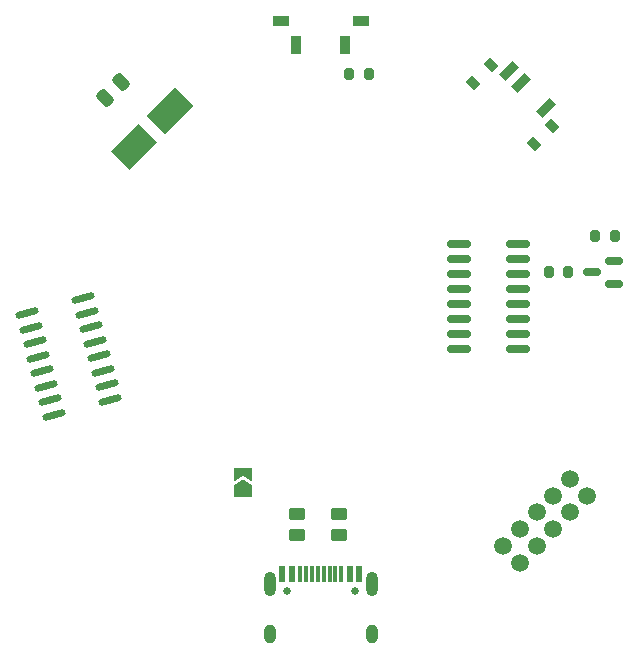
<source format=gbr>
%TF.GenerationSoftware,KiCad,Pcbnew,7.0.9*%
%TF.CreationDate,2025-01-08T15:48:33+01:00*%
%TF.ProjectId,DB-radar,44422d72-6164-4617-922e-6b696361645f,rev?*%
%TF.SameCoordinates,Original*%
%TF.FileFunction,Soldermask,Bot*%
%TF.FilePolarity,Negative*%
%FSLAX46Y46*%
G04 Gerber Fmt 4.6, Leading zero omitted, Abs format (unit mm)*
G04 Created by KiCad (PCBNEW 7.0.9) date 2025-01-08 15:48:33*
%MOMM*%
%LPD*%
G01*
G04 APERTURE LIST*
G04 Aperture macros list*
%AMRoundRect*
0 Rectangle with rounded corners*
0 $1 Rounding radius*
0 $2 $3 $4 $5 $6 $7 $8 $9 X,Y pos of 4 corners*
0 Add a 4 corners polygon primitive as box body*
4,1,4,$2,$3,$4,$5,$6,$7,$8,$9,$2,$3,0*
0 Add four circle primitives for the rounded corners*
1,1,$1+$1,$2,$3*
1,1,$1+$1,$4,$5*
1,1,$1+$1,$6,$7*
1,1,$1+$1,$8,$9*
0 Add four rect primitives between the rounded corners*
20,1,$1+$1,$2,$3,$4,$5,0*
20,1,$1+$1,$4,$5,$6,$7,0*
20,1,$1+$1,$6,$7,$8,$9,0*
20,1,$1+$1,$8,$9,$2,$3,0*%
%AMRotRect*
0 Rectangle, with rotation*
0 The origin of the aperture is its center*
0 $1 length*
0 $2 width*
0 $3 Rotation angle, in degrees counterclockwise*
0 Add horizontal line*
21,1,$1,$2,0,0,$3*%
%AMFreePoly0*
4,1,6,1.000000,0.000000,0.500000,-0.750000,-0.500000,-0.750000,-0.500000,0.750000,0.500000,0.750000,1.000000,0.000000,1.000000,0.000000,$1*%
%AMFreePoly1*
4,1,6,0.500000,-0.750000,-0.650000,-0.750000,-0.150000,0.000000,-0.650000,0.750000,0.500000,0.750000,0.500000,-0.750000,0.500000,-0.750000,$1*%
G04 Aperture macros list end*
%ADD10R,1.450000X0.900000*%
%ADD11R,0.900000X1.600000*%
%ADD12RotRect,0.800000X1.600000X315.000000*%
%ADD13RotRect,1.000000X0.800000X315.000000*%
%ADD14RoundRect,0.200000X-0.200000X-0.275000X0.200000X-0.275000X0.200000X0.275000X-0.200000X0.275000X0*%
%ADD15C,0.650000*%
%ADD16R,0.600000X1.450000*%
%ADD17R,0.300000X1.450000*%
%ADD18O,1.000000X1.600000*%
%ADD19O,1.000000X2.100000*%
%ADD20RotRect,3.350000X2.200000X225.000000*%
%ADD21RotRect,3.355200X2.207911X225.000000*%
%ADD22RoundRect,0.150000X0.758066X0.358415X-0.835712X-0.068637X-0.758066X-0.358415X0.835712X0.068637X0*%
%ADD23FreePoly0,90.000000*%
%ADD24FreePoly1,90.000000*%
%ADD25RoundRect,0.250000X-0.450000X0.262500X-0.450000X-0.262500X0.450000X-0.262500X0.450000X0.262500X0*%
%ADD26RoundRect,0.250000X0.159099X-0.512652X0.512652X-0.159099X-0.159099X0.512652X-0.512652X0.159099X0*%
%ADD27RoundRect,0.200000X0.200000X0.275000X-0.200000X0.275000X-0.200000X-0.275000X0.200000X-0.275000X0*%
%ADD28RoundRect,0.150000X0.587500X0.150000X-0.587500X0.150000X-0.587500X-0.150000X0.587500X-0.150000X0*%
%ADD29RoundRect,0.150000X0.825000X0.150000X-0.825000X0.150000X-0.825000X-0.150000X0.825000X-0.150000X0*%
%ADD30C,1.500000*%
G04 APERTURE END LIST*
D10*
%TO.C,SW1*%
X98225000Y-103698000D03*
X104975000Y-103698000D03*
D11*
X99500000Y-105698000D03*
X103700000Y-105698000D03*
%TD*%
D12*
%TO.C,SW2*%
X117537802Y-107880218D03*
X118598462Y-108940878D03*
X120719782Y-111062198D03*
D13*
X116052878Y-107385243D03*
X114497243Y-108940878D03*
X121214757Y-112547122D03*
X119659122Y-114102757D03*
%TD*%
D14*
%TO.C,R12*%
X120904000Y-124968000D03*
X122554000Y-124968000D03*
%TD*%
D15*
%TO.C,J1*%
X104490000Y-151914000D03*
X98710000Y-151914000D03*
D16*
X104850000Y-150469000D03*
X104050000Y-150469000D03*
D17*
X102850000Y-150469000D03*
X101850000Y-150469000D03*
X101350000Y-150469000D03*
X100350000Y-150469000D03*
D16*
X99150000Y-150469000D03*
X98350000Y-150469000D03*
X98350000Y-150469000D03*
X99150000Y-150469000D03*
D17*
X99850000Y-150469000D03*
X100850000Y-150469000D03*
X102350000Y-150469000D03*
X103350000Y-150469000D03*
D16*
X104050000Y-150469000D03*
X104850000Y-150469000D03*
D18*
X105920000Y-155564000D03*
D19*
X105920000Y-151384000D03*
D18*
X97280000Y-155564000D03*
D19*
X97280000Y-151384000D03*
%TD*%
D20*
%TO.C,BT1*%
X85793383Y-114358617D03*
D21*
X88868942Y-111291928D03*
%TD*%
D22*
%TO.C,U6*%
X81504216Y-127145883D03*
X81832916Y-128372608D03*
X82161616Y-129599334D03*
X82490316Y-130826060D03*
X82819017Y-132052786D03*
X83147717Y-133279512D03*
X83476417Y-134506237D03*
X83805117Y-135732963D03*
X79023784Y-137014117D03*
X78695084Y-135787392D03*
X78366384Y-134560666D03*
X78037684Y-133333940D03*
X77708983Y-132107214D03*
X77380283Y-130880488D03*
X77051583Y-129653763D03*
X76722883Y-128427037D03*
%TD*%
D23*
%TO.C,SW4*%
X94996000Y-143473000D03*
D24*
X94996000Y-142023000D03*
%TD*%
D25*
%TO.C,R1*%
X103124000Y-145391500D03*
X103124000Y-147216500D03*
%TD*%
D26*
%TO.C,C3*%
X83354557Y-110221124D03*
X84698059Y-108877622D03*
%TD*%
D27*
%TO.C,R5*%
X105664000Y-108204000D03*
X104014000Y-108204000D03*
%TD*%
D28*
%TO.C,Q2*%
X126413500Y-125918000D03*
X126413500Y-124018000D03*
X124538500Y-124968000D03*
%TD*%
D25*
%TO.C,R2*%
X99568000Y-145391500D03*
X99568000Y-147216500D03*
%TD*%
D27*
%TO.C,R13*%
X126492000Y-121920000D03*
X124842000Y-121920000D03*
%TD*%
D29*
%TO.C,U7*%
X118299000Y-122555000D03*
X118299000Y-123825000D03*
X118299000Y-125095000D03*
X118299000Y-126365000D03*
X118299000Y-127635000D03*
X118299000Y-128905000D03*
X118299000Y-130175000D03*
X118299000Y-131445000D03*
X113349000Y-131445000D03*
X113349000Y-130175000D03*
X113349000Y-128905000D03*
X113349000Y-127635000D03*
X113349000Y-126365000D03*
X113349000Y-125095000D03*
X113349000Y-123825000D03*
X113349000Y-122555000D03*
%TD*%
D30*
%TO.C,J2*%
X118473787Y-149530641D03*
X117059573Y-148116427D03*
X119888000Y-148116427D03*
X118473787Y-146702214D03*
X121302214Y-146702214D03*
X119888000Y-145288000D03*
X122716427Y-145288000D03*
X121302214Y-143873787D03*
X124130641Y-143873787D03*
X122716427Y-142459573D03*
%TD*%
M02*

</source>
